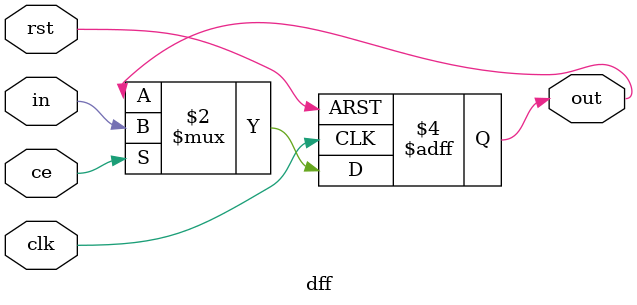
<source format=v>
module dff (clk , rst , in , ce, out ) ; 

parameter signal_width = 1    ; 

input  clk , rst , ce  ; 

input  [signal_width-1:0] in   ; 

output reg [signal_width-1:0] out ; 

always @(posedge clk or posedge rst) begin
    if(rst) 
        out <= 0  ; 
    else begin 
        if (ce)
            out <= in ; 
    end
end

endmodule 


</source>
